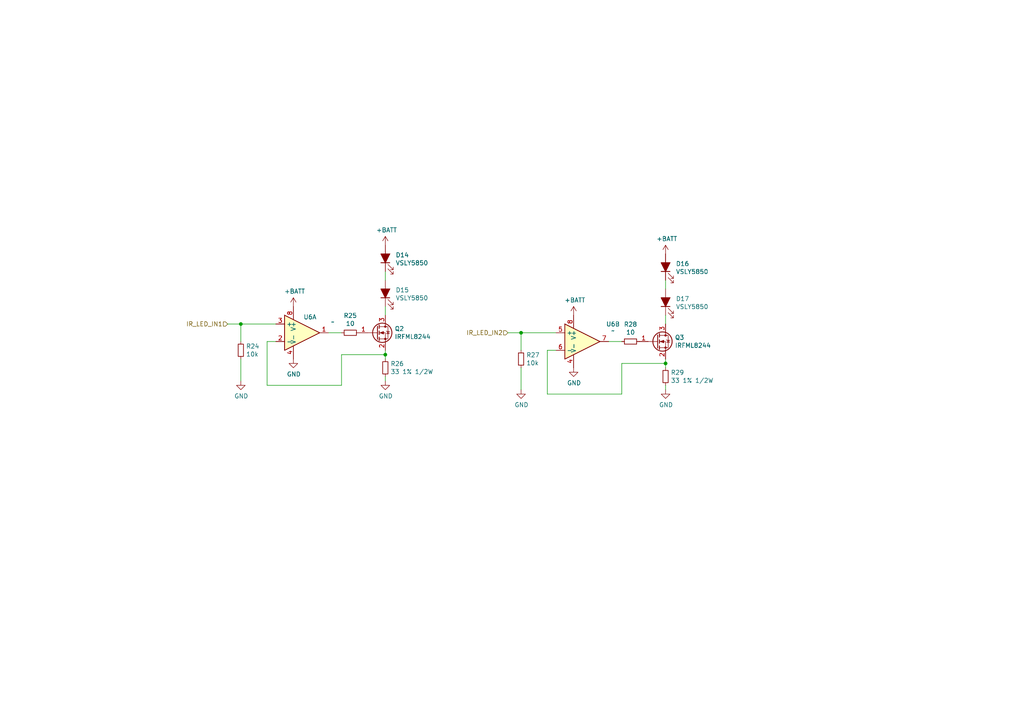
<source format=kicad_sch>
(kicad_sch (version 20231120) (generator "eeschema") (generator_version "8.0")
  (paper "A4")
  (lib_symbols
    (symbol "Device:LED_Filled" (pin_numbers hide) (pin_names (offset 1.016) hide)
      (property "Reference" "D" (at 0 2.54 0))
      (property "Value" "LED_Filled" (at 0 -2.54 0))
      (symbol "LED_Filled_0_1"
        (polyline (pts (xy -1.27 -1.27) (xy -1.27 1.27)) (stroke (width 0.254)))
        (polyline (pts (xy -1.27 0) (xy 1.27 0)))
        (polyline (pts (xy 1.27 -1.27) (xy 1.27 1.27) (xy -1.27 0) (xy 1.27 -1.27)) (stroke (width 0.254)) (fill (type outline)))
        (polyline (pts (xy -3.048 -0.762) (xy -4.572 -2.286) (xy -3.81 -2.286) (xy -4.572 -2.286) (xy -4.572 -1.524)))
        (polyline (pts (xy -1.778 -0.762) (xy -3.302 -2.286) (xy -2.54 -2.286) (xy -3.302 -2.286) (xy -3.302 -1.524)))
      )
      (symbol "LED_Filled_1_1"
        (pin passive line (at -3.81 0 0) (length 2.54) (name "K") (number "1"))
        (pin passive line (at 3.81 0 180) (length 2.54) (name "A") (number "2"))
      )
    )
    (symbol "Device:Q_NMOS_GSD" (pin_names (offset 0) hide)
      (property "Reference" "Q" (at 5.08 1.27 0))
      (property "Value" "Q_NMOS_GSD" (at 5.08 -1.27 0))
      (symbol "Q_NMOS_GSD_0_1"
        (polyline (pts (xy 0.254 0) (xy -2.54 0)))
        (polyline (pts (xy 0.254 1.905) (xy 0.254 -1.905)) (stroke (width 0.254)))
        (polyline (pts (xy 0.762 -1.27) (xy 0.762 -2.286)) (stroke (width 0.254)))
        (polyline (pts (xy 0.762 0.508) (xy 0.762 -0.508)) (stroke (width 0.254)))
        (polyline (pts (xy 0.762 2.286) (xy 0.762 1.27)) (stroke (width 0.254)))
        (polyline (pts (xy 2.54 2.54) (xy 2.54 1.778)))
        (polyline (pts (xy 2.54 -2.54) (xy 2.54 0) (xy 0.762 0)))
        (polyline (pts (xy 0.762 -1.778) (xy 3.302 -1.778) (xy 3.302 1.778) (xy 0.762 1.778)))
        (polyline (pts (xy 1.016 0) (xy 2.032 0.381) (xy 2.032 -0.381) (xy 1.016 0)) (fill (type outline)))
        (polyline (pts (xy 2.794 0.508) (xy 2.921 0.381) (xy 3.683 0.381) (xy 3.81 0.254)))
        (polyline (pts (xy 3.302 0.381) (xy 2.921 -0.254) (xy 3.683 -0.254) (xy 3.302 0.381)))
        (circle (center 1.651 0) (radius 2.794) (stroke (width 0.254)))
        (circle (center 2.54 -1.778) (radius 0.254) (fill (type outline)))
        (circle (center 2.54 1.778) (radius 0.254) (fill (type outline)))
      )
      (symbol "Q_NMOS_GSD_1_1"
        (pin input line (at -5.08 0 0) (length 2.54) (name "G") (number "1"))
        (pin passive line (at 2.54 -5.08 90) (length 2.54) (name "S") (number "2"))
        (pin passive line (at 2.54 5.08 270) (length 2.54) (name "D") (number "3"))
      )
    )
    (symbol "Device:R_Small" (pin_numbers hide) (pin_names (offset 0.254) hide)
      (property "Reference" "R" (at 0.762 0.508 0))
      (property "Value" "R_Small" (at 0.762 -1.016 0))
      (symbol "R_Small_0_1"
        (rectangle (start -0.762 1.778) (end 0.762 -1.778) (stroke (width 0.2032)))
      )
      (symbol "R_Small_1_1"
        (pin passive line (at 0 2.54 270) (length 0.762) (name "~") (number "1"))
        (pin passive line (at 0 -2.54 90) (length 0.762) (name "~") (number "2"))
      )
    )
    (symbol "mylib:NJM2746E"
      (property "Reference" "U" (at 0 0 0))
      (symbol "NJM2746E_0_1"
        (polyline (pts (xy -3.81 -5.08) (xy 6.35 -10.16) (xy -3.81 -15.24) (xy -3.81 -5.08)) (stroke (width 0.254)) (fill (type background)))
        (pin power_in line (at -1.27 -17.78 90) (length 3.81) (name "V-") (number "4"))
        (pin power_in line (at -1.27 -2.54 270) (length 3.81) (name "V+") (number "8"))
      )
      (symbol "NJM2746E_1_1"
        (pin output line (at 8.89 -10.16 180) (length 2.54) (name "~") (number "1"))
        (pin input line (at -6.35 -12.7 0) (length 2.54) (name "-") (number "2"))
        (pin input line (at -6.35 -7.62 0) (length 2.54) (name "+") (number "3"))
      )
      (symbol "NJM2746E_2_1"
        (pin input line (at -6.35 -7.62 0) (length 2.54) (name "+") (number "5"))
        (pin input line (at -6.35 -12.7 0) (length 2.54) (name "-") (number "6"))
        (pin output line (at 8.89 -10.16 180) (length 2.54) (name "~") (number "7"))
      )
    )
    (symbol "power:+BATT" (power) (pin_names (offset 0))
      (property "Value" "+BATT" (at 0 3.556 0))
      (symbol "+BATT_0_1"
        (polyline (pts (xy -0.762 1.27) (xy 0 2.54)))
        (polyline (pts (xy 0 0) (xy 0 2.54)))
        (polyline (pts (xy 0 2.54) (xy 0.762 1.27)))
      )
      (symbol "+BATT_1_1"
        (pin power_in line (at 0 0 90) (length 0) hide (name "+BATT") (number "1"))
      )
    )
    (symbol "power:GND" (power) (pin_names (offset 0))
      (property "Value" "GND" (at 0 -3.81 0))
      (symbol "GND_0_1"
        (polyline (pts (xy 0 0) (xy 0 -1.27) (xy 1.27 -1.27) (xy 0 -2.54) (xy -1.27 -1.27) (xy 0 -1.27)))
      )
      (symbol "GND_1_1"
        (pin power_in line (at 0 0 270) (length 0) hide (name "GND") (number "1"))
      )
    )
  )
  (junction (at 193.04 105.41))
  (junction (at 69.85 93.98))
  (junction (at 111.76 102.87))
  (junction (at 151.13 96.52))
  (wire (pts (xy 151.13 96.52) (xy 161.29 96.52)))
  (wire (pts (xy 111.76 101.6) (xy 111.76 102.87)))
  (wire (pts (xy 111.76 102.87) (xy 99.06 102.87)))
  (wire (pts (xy 99.06 102.87) (xy 99.06 111.76)))
  (wire (pts (xy 193.04 113.03) (xy 193.04 111.76)))
  (wire (pts (xy 151.13 101.6) (xy 151.13 96.52)))
  (wire (pts (xy 180.34 105.41) (xy 180.34 114.3)))
  (wire (pts (xy 95.25 96.52) (xy 99.06 96.52)))
  (wire (pts (xy 193.04 104.14) (xy 193.04 105.41)))
  (wire (pts (xy 193.04 105.41) (xy 180.34 105.41)))
  (wire (pts (xy 158.75 101.6) (xy 161.29 101.6)))
  (wire (pts (xy 111.76 81.28) (xy 111.76 78.74)))
  (wire (pts (xy 151.13 113.03) (xy 151.13 106.68)))
  (wire (pts (xy 176.53 99.06) (xy 180.34 99.06)))
  (wire (pts (xy 69.85 93.98) (xy 66.04 93.98)))
  (wire (pts (xy 69.85 110.49) (xy 69.85 104.14)))
  (wire (pts (xy 77.47 111.76) (xy 77.47 99.06)))
  (wire (pts (xy 193.04 93.98) (xy 193.04 91.44)))
  (wire (pts (xy 193.04 105.41) (xy 193.04 106.68)))
  (wire (pts (xy 193.04 83.82) (xy 193.04 81.28)))
  (wire (pts (xy 111.76 102.87) (xy 111.76 104.14)))
  (wire (pts (xy 111.76 91.44) (xy 111.76 88.9)))
  (wire (pts (xy 111.76 110.49) (xy 111.76 109.22)))
  (wire (pts (xy 180.34 114.3) (xy 158.75 114.3)))
  (wire (pts (xy 158.75 114.3) (xy 158.75 101.6)))
  (wire (pts (xy 99.06 111.76) (xy 77.47 111.76)))
  (wire (pts (xy 69.85 93.98) (xy 80.01 93.98)))
  (wire (pts (xy 151.13 96.52) (xy 147.32 96.52)))
  (wire (pts (xy 69.85 99.06) (xy 69.85 93.98)))
  (wire (pts (xy 77.47 99.06) (xy 80.01 99.06)))
  (hierarchical_label "IR_LED_IN1" (shape input) (at 66.04 93.98 180))
  (hierarchical_label "IR_LED_IN2" (shape input) (at 147.32 96.52 180))
  (symbol (lib_id "Device:LED_Filled") (at 193.04 77.47 90) (unit 1)
    (property "Reference" "D16" (at 196.0118 76.5048 90) (effects (justify right)))
    (property "Value" "VSLY5850" (at 196.0118 78.8162 90) (effects (justify right)))
    (property "Footprint" "Diode_THT:D_T-1_P2.54mm_Vertical_AnodeUp" (effects (hide yes)))
  )
  (symbol (lib_id "Device:Q_NMOS_GSD") (at 109.22 96.52 0) (unit 1)
    (property "Reference" "Q2" (at 114.4524 95.3516 0) (effects (justify left)))
    (property "Value" "IRFML8244" (at 114.4524 97.663 0) (effects (justify left)))
    (property "Footprint" "Package_TO_SOT_SMD:SOT-23" (effects (hide yes)))
  )
  (symbol (lib_id "power:+BATT") (at 111.76 71.12 0) (unit 1)
    (property "Reference" "#PWR075" (effects (hide yes)))
    (property "Value" "+BATT" (at 112.141 66.7258 0))
  )
  (symbol (lib_id "Device:R_Small") (at 101.6 96.52 270) (unit 1)
    (property "Reference" "R25" (at 101.6 91.5416 90))
    (property "Value" "10" (at 101.6 93.853 90))
    (property "Footprint" "Resistor_SMD:R_0603_1608Metric" (effects (hide yes)))
  )
  (symbol (lib_id "Device:LED_Filled") (at 193.04 87.63 90) (unit 1)
    (property "Reference" "D17" (at 196.0118 86.6648 90) (effects (justify right)))
    (property "Value" "VSLY5850" (at 196.0118 88.9762 90) (effects (justify right)))
    (property "Footprint" "Diode_THT:D_T-1_P2.54mm_Vertical_AnodeUp" (effects (hide yes)))
  )
  (symbol (lib_id "Device:R_Small") (at 182.88 99.06 270) (unit 1)
    (property "Reference" "R28" (at 182.88 94.0816 90))
    (property "Value" "10" (at 182.88 96.393 90))
    (property "Footprint" "Resistor_SMD:R_0603_1608Metric" (effects (hide yes)))
  )
  (symbol (lib_id "Device:R_Small") (at 151.13 104.14 180) (unit 1)
    (property "Reference" "R27" (at 152.6286 102.9716 0) (effects (justify right)))
    (property "Value" "10k" (at 152.6286 105.283 0) (effects (justify right)))
    (property "Footprint" "Resistor_SMD:R_0201_0603Metric" (effects (hide yes)))
  )
  (symbol (lib_id "mylib:NJM2746E") (at 167.64 88.9 0) (unit 2)
    (property "Reference" "U6" (at 177.8 94.0114 0))
    (property "Value" "~" (at 177.8 95.9165 0))
    (property "Footprint" "Package_SO:SOIC-8_3.9x4.9mm_P1.27mm" (effects (hide yes)))
  )
  (symbol (lib_id "Device:LED_Filled") (at 111.76 85.09 90) (unit 1)
    (property "Reference" "D15" (at 114.7318 84.1248 90) (effects (justify right)))
    (property "Value" "VSLY5850" (at 114.7318 86.4362 90) (effects (justify right)))
    (property "Footprint" "Diode_THT:D_T-1_P2.54mm_Vertical_AnodeUp" (effects (hide yes)))
  )
  (symbol (lib_id "mylib:NJM2746E") (at 86.36 86.36 0) (unit 1)
    (property "Reference" "U6" (at 89.916 91.948 0))
    (property "Value" "~" (at 96.52 93.3765 0))
    (property "Footprint" "Package_SO:SOIC-8_3.9x4.9mm_P1.27mm" (effects (hide yes)))
  )
  (symbol (lib_id "power:GND") (at 69.85 110.49 0) (unit 1)
    (property "Reference" "#PWR072" (effects (hide yes)))
    (property "Value" "GND" (at 69.977 114.8842 0))
  )
  (symbol (lib_id "power:GND") (at 193.04 113.03 0) (unit 1)
    (property "Reference" "#PWR081" (effects (hide yes)))
    (property "Value" "GND" (at 193.167 117.4242 0))
  )
  (symbol (lib_id "power:GND") (at 151.13 113.03 0) (unit 1)
    (property "Reference" "#PWR077" (effects (hide yes)))
    (property "Value" "GND" (at 151.257 117.4242 0))
  )
  (symbol (lib_id "power:GND") (at 166.37 106.68 0) (unit 1)
    (property "Reference" "#PWR079" (effects (hide yes)))
    (property "Value" "GND" (at 166.497 111.0742 0))
  )
  (symbol (lib_id "Device:R_Small") (at 193.04 109.22 0) (unit 1)
    (property "Reference" "R29" (at 194.5386 108.0516 0) (effects (justify left)))
    (property "Value" "33 1% 1/2W" (at 194.5386 110.363 0) (effects (justify left)))
    (property "Footprint" "Resistor_SMD:R_0603_1608Metric" (effects (hide yes)))
  )
  (symbol (lib_id "Device:R_Small") (at 111.76 106.68 0) (unit 1)
    (property "Reference" "R26" (at 113.2586 105.5116 0) (effects (justify left)))
    (property "Value" "33 1% 1/2W" (at 113.2586 107.823 0) (effects (justify left)))
    (property "Footprint" "Resistor_SMD:R_0603_1608Metric" (effects (hide yes)))
  )
  (symbol (lib_id "power:+BATT") (at 85.09 88.9 0) (unit 1)
    (property "Reference" "#PWR073" (effects (hide yes)))
    (property "Value" "+BATT" (at 85.471 84.5058 0))
  )
  (symbol (lib_id "Device:R_Small") (at 69.85 101.6 180) (unit 1)
    (property "Reference" "R24" (at 71.3486 100.4316 0) (effects (justify right)))
    (property "Value" "10k" (at 71.3486 102.743 0) (effects (justify right)))
    (property "Footprint" "Resistor_SMD:R_0201_0603Metric" (effects (hide yes)))
  )
  (symbol (lib_id "Device:LED_Filled") (at 111.76 74.93 90) (unit 1)
    (property "Reference" "D14" (at 114.7318 73.9648 90) (effects (justify right)))
    (property "Value" "VSLY5850" (at 114.7318 76.2762 90) (effects (justify right)))
    (property "Footprint" "Diode_THT:D_T-1_P2.54mm_Vertical_AnodeUp" (effects (hide yes)))
  )
  (symbol (lib_id "power:+BATT") (at 193.04 73.66 0) (unit 1)
    (property "Reference" "#PWR080" (effects (hide yes)))
    (property "Value" "+BATT" (at 193.421 69.2658 0))
  )
  (symbol (lib_id "power:GND") (at 85.09 104.14 0) (unit 1)
    (property "Reference" "#PWR074" (effects (hide yes)))
    (property "Value" "GND" (at 85.217 108.5342 0))
  )
  (symbol (lib_id "power:GND") (at 111.76 110.49 0) (unit 1)
    (property "Reference" "#PWR076" (effects (hide yes)))
    (property "Value" "GND" (at 111.887 114.8842 0))
  )
  (symbol (lib_id "Device:Q_NMOS_GSD") (at 190.5 99.06 0) (unit 1)
    (property "Reference" "Q3" (at 195.7324 97.8916 0) (effects (justify left)))
    (property "Value" "IRFML8244" (at 195.7324 100.203 0) (effects (justify left)))
    (property "Footprint" "Package_TO_SOT_SMD:SOT-23" (effects (hide yes)))
  )
  (symbol (lib_id "power:+BATT") (at 166.37 91.44 0) (unit 1)
    (property "Reference" "#PWR078" (effects (hide yes)))
    (property "Value" "+BATT" (at 166.751 87.0458 0))
  )
)
</source>
